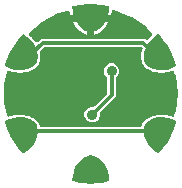
<source format=gbr>
G04 EAGLE Gerber RS-274X export*
G75*
%MOMM*%
%FSLAX34Y34*%
%LPD*%
%INBottom Copper*%
%IPPOS*%
%AMOC8*
5,1,8,0,0,1.08239X$1,22.5*%
G01*
%ADD10C,2.184400*%
%ADD11C,0.906400*%
%ADD12C,0.304800*%

G36*
X41884Y-28181D02*
X41884Y-28181D01*
X41989Y-28179D01*
X42056Y-28161D01*
X42126Y-28153D01*
X42225Y-28118D01*
X42327Y-28092D01*
X42388Y-28059D01*
X42454Y-28036D01*
X42542Y-27979D01*
X42635Y-27930D01*
X42688Y-27885D01*
X42746Y-27847D01*
X42820Y-27771D01*
X42899Y-27702D01*
X42940Y-27646D01*
X42989Y-27596D01*
X43043Y-27506D01*
X43105Y-27421D01*
X43132Y-27357D01*
X43167Y-27297D01*
X43200Y-27197D01*
X43241Y-27100D01*
X43259Y-27010D01*
X43274Y-26965D01*
X43275Y-26950D01*
X43285Y-26935D01*
X43303Y-26915D01*
X43378Y-26788D01*
X43457Y-26663D01*
X43466Y-26638D01*
X43480Y-26615D01*
X43561Y-26384D01*
X43639Y-26085D01*
X43649Y-26017D01*
X43668Y-25951D01*
X43683Y-25780D01*
X43688Y-25740D01*
X43687Y-25727D01*
X43689Y-25707D01*
X43692Y-25122D01*
X43731Y-25074D01*
X43807Y-24995D01*
X43839Y-24939D01*
X43880Y-24889D01*
X43928Y-24789D01*
X43983Y-24694D01*
X44011Y-24614D01*
X44030Y-24574D01*
X44039Y-24534D01*
X44049Y-24507D01*
X44551Y-24214D01*
X44606Y-24173D01*
X44666Y-24139D01*
X44797Y-24029D01*
X44830Y-24005D01*
X44838Y-23994D01*
X44853Y-23982D01*
X45073Y-23764D01*
X45090Y-23743D01*
X45111Y-23726D01*
X45199Y-23608D01*
X45291Y-23492D01*
X45303Y-23468D01*
X45319Y-23447D01*
X45378Y-23311D01*
X45408Y-23248D01*
X46129Y-22701D01*
X46163Y-22669D01*
X46280Y-22571D01*
X47145Y-21715D01*
X48011Y-21221D01*
X48077Y-21173D01*
X48148Y-21134D01*
X48253Y-21044D01*
X48292Y-21015D01*
X48307Y-20998D01*
X48334Y-20975D01*
X48542Y-20767D01*
X48662Y-20718D01*
X48725Y-20682D01*
X48793Y-20656D01*
X48927Y-20570D01*
X48966Y-20549D01*
X48978Y-20537D01*
X48999Y-20524D01*
X49337Y-20268D01*
X50463Y-19809D01*
X50504Y-19786D01*
X50642Y-19722D01*
X51642Y-19152D01*
X51748Y-19127D01*
X51798Y-19102D01*
X51851Y-19085D01*
X51953Y-19024D01*
X52060Y-18971D01*
X52103Y-18936D01*
X52132Y-18918D01*
X52911Y-18776D01*
X52944Y-18766D01*
X52979Y-18762D01*
X53212Y-18688D01*
X53857Y-18425D01*
X53976Y-18464D01*
X54006Y-18467D01*
X54035Y-18476D01*
X54179Y-18484D01*
X54323Y-18497D01*
X54360Y-18493D01*
X54383Y-18495D01*
X54432Y-18486D01*
X54566Y-18473D01*
X55705Y-18264D01*
X55712Y-18262D01*
X55719Y-18261D01*
X55879Y-18211D01*
X56039Y-18162D01*
X56045Y-18159D01*
X56051Y-18157D01*
X56194Y-18072D01*
X56313Y-18003D01*
X57131Y-17984D01*
X57143Y-17982D01*
X57369Y-17959D01*
X58178Y-17811D01*
X58228Y-17838D01*
X58235Y-17839D01*
X58241Y-17842D01*
X58402Y-17884D01*
X58565Y-17927D01*
X58572Y-17927D01*
X58578Y-17929D01*
X58823Y-17943D01*
X59868Y-17918D01*
X59875Y-17917D01*
X59882Y-17917D01*
X60046Y-17893D01*
X60213Y-17870D01*
X60220Y-17867D01*
X60227Y-17866D01*
X60381Y-17805D01*
X60509Y-17755D01*
X61321Y-17864D01*
X61332Y-17864D01*
X61559Y-17877D01*
X62381Y-17857D01*
X62426Y-17891D01*
X62433Y-17894D01*
X62438Y-17898D01*
X62591Y-17964D01*
X62745Y-18032D01*
X62752Y-18034D01*
X62758Y-18036D01*
X62997Y-18088D01*
X64034Y-18227D01*
X64041Y-18227D01*
X64047Y-18229D01*
X64215Y-18230D01*
X64382Y-18233D01*
X64389Y-18232D01*
X64396Y-18232D01*
X64559Y-18195D01*
X64692Y-18167D01*
X65477Y-18401D01*
X65488Y-18403D01*
X65710Y-18451D01*
X66526Y-18560D01*
X66565Y-18601D01*
X66570Y-18605D01*
X66575Y-18610D01*
X66717Y-18700D01*
X66857Y-18790D01*
X66864Y-18793D01*
X66870Y-18796D01*
X67098Y-18885D01*
X68100Y-19184D01*
X68106Y-19185D01*
X68113Y-19188D01*
X68278Y-19216D01*
X68443Y-19245D01*
X68450Y-19244D01*
X68456Y-19246D01*
X68625Y-19235D01*
X68760Y-19228D01*
X68852Y-19272D01*
X68964Y-19311D01*
X69074Y-19358D01*
X69129Y-19368D01*
X69181Y-19386D01*
X69300Y-19398D01*
X69417Y-19419D01*
X69473Y-19416D01*
X69528Y-19422D01*
X69646Y-19407D01*
X69765Y-19400D01*
X69819Y-19385D01*
X69874Y-19378D01*
X69985Y-19336D01*
X70100Y-19303D01*
X70148Y-19276D01*
X70200Y-19257D01*
X70300Y-19191D01*
X70404Y-19132D01*
X70445Y-19095D01*
X70491Y-19064D01*
X70573Y-18977D01*
X70661Y-18897D01*
X70692Y-18851D01*
X70730Y-18811D01*
X70790Y-18708D01*
X70858Y-18610D01*
X70886Y-18544D01*
X70906Y-18510D01*
X70919Y-18466D01*
X70954Y-18385D01*
X71769Y-15966D01*
X71778Y-15924D01*
X71794Y-15885D01*
X71808Y-15814D01*
X71820Y-15775D01*
X71824Y-15730D01*
X71840Y-15644D01*
X73523Y-165D01*
X73523Y-122D01*
X73530Y-80D01*
X73523Y165D01*
X71840Y15644D01*
X71830Y15686D01*
X71828Y15729D01*
X71769Y15966D01*
X70954Y18385D01*
X70903Y18493D01*
X70861Y18604D01*
X70829Y18650D01*
X70806Y18700D01*
X70732Y18794D01*
X70665Y18892D01*
X70624Y18930D01*
X70590Y18974D01*
X70496Y19048D01*
X70409Y19129D01*
X70361Y19156D01*
X70317Y19191D01*
X70209Y19242D01*
X70106Y19301D01*
X70053Y19316D01*
X70002Y19340D01*
X69885Y19366D01*
X69772Y19399D01*
X69716Y19402D01*
X69662Y19414D01*
X69542Y19412D01*
X69424Y19419D01*
X69369Y19410D01*
X69313Y19409D01*
X69197Y19380D01*
X69080Y19360D01*
X69014Y19334D01*
X68975Y19325D01*
X68934Y19304D01*
X68852Y19272D01*
X68756Y19226D01*
X68701Y19239D01*
X68694Y19239D01*
X68687Y19240D01*
X68518Y19238D01*
X68352Y19237D01*
X68346Y19235D01*
X68339Y19235D01*
X68100Y19184D01*
X67098Y18885D01*
X67091Y18882D01*
X67084Y18881D01*
X66931Y18814D01*
X66777Y18748D01*
X66772Y18744D01*
X66765Y18741D01*
X66631Y18640D01*
X66522Y18560D01*
X65710Y18451D01*
X65699Y18448D01*
X65477Y18401D01*
X64689Y18166D01*
X64636Y18187D01*
X64629Y18188D01*
X64623Y18190D01*
X64457Y18214D01*
X64292Y18239D01*
X64285Y18239D01*
X64278Y18240D01*
X64034Y18227D01*
X62997Y18088D01*
X62990Y18087D01*
X62984Y18086D01*
X62822Y18044D01*
X62659Y18003D01*
X62653Y18000D01*
X62646Y17998D01*
X62497Y17919D01*
X62378Y17857D01*
X61559Y17877D01*
X61548Y17876D01*
X61321Y17864D01*
X60505Y17755D01*
X60457Y17784D01*
X60450Y17786D01*
X60444Y17789D01*
X60284Y17839D01*
X60125Y17890D01*
X60118Y17890D01*
X60111Y17892D01*
X59868Y17918D01*
X58823Y17943D01*
X58816Y17942D01*
X58809Y17943D01*
X58643Y17927D01*
X58475Y17911D01*
X58469Y17909D01*
X58462Y17909D01*
X58304Y17855D01*
X58174Y17812D01*
X57375Y17958D01*
X57369Y17959D01*
X57358Y17960D01*
X57131Y17984D01*
X56309Y18003D01*
X56266Y18040D01*
X56260Y18043D01*
X56254Y18047D01*
X56104Y18121D01*
X55955Y18196D01*
X55948Y18198D01*
X55942Y18201D01*
X55705Y18264D01*
X54566Y18473D01*
X54422Y18482D01*
X54279Y18498D01*
X54249Y18494D01*
X54218Y18496D01*
X54076Y18472D01*
X53933Y18455D01*
X53898Y18443D01*
X53874Y18439D01*
X53848Y18428D01*
X53212Y18688D01*
X53178Y18697D01*
X53147Y18713D01*
X52911Y18776D01*
X52122Y18920D01*
X52066Y18967D01*
X52016Y18992D01*
X51970Y19025D01*
X51861Y19071D01*
X51755Y19124D01*
X51700Y19137D01*
X51649Y19159D01*
X51622Y19163D01*
X50642Y19722D01*
X50600Y19740D01*
X50463Y19809D01*
X49337Y20268D01*
X48999Y20524D01*
X48937Y20561D01*
X48879Y20606D01*
X48738Y20679D01*
X48700Y20702D01*
X48684Y20706D01*
X48662Y20718D01*
X48542Y20768D01*
X48334Y20975D01*
X48270Y21026D01*
X48213Y21084D01*
X48099Y21161D01*
X48061Y21192D01*
X48041Y21201D01*
X48011Y21221D01*
X47145Y21715D01*
X46280Y22571D01*
X46243Y22600D01*
X46129Y22701D01*
X45416Y23243D01*
X45412Y23250D01*
X45405Y23276D01*
X45332Y23404D01*
X45264Y23535D01*
X45246Y23555D01*
X45233Y23579D01*
X45073Y23764D01*
X44853Y23982D01*
X44799Y24024D01*
X44752Y24074D01*
X44611Y24172D01*
X44579Y24197D01*
X44567Y24202D01*
X44551Y24214D01*
X44047Y24509D01*
X44024Y24566D01*
X43993Y24672D01*
X43961Y24728D01*
X43938Y24788D01*
X43876Y24879D01*
X43821Y24975D01*
X43766Y25039D01*
X43741Y25076D01*
X43710Y25104D01*
X43692Y25125D01*
X43689Y25707D01*
X43681Y25775D01*
X43682Y25844D01*
X43652Y26012D01*
X43647Y26053D01*
X43643Y26065D01*
X43639Y26085D01*
X43561Y26384D01*
X43551Y26409D01*
X43546Y26436D01*
X43488Y26571D01*
X43435Y26709D01*
X43419Y26731D01*
X43409Y26756D01*
X43321Y26874D01*
X43282Y26932D01*
X43168Y27830D01*
X43157Y27875D01*
X43131Y28026D01*
X42822Y29203D01*
X42829Y30419D01*
X42824Y30465D01*
X42817Y30618D01*
X42665Y31825D01*
X42830Y33030D01*
X42831Y33076D01*
X42844Y33228D01*
X42851Y34379D01*
X42882Y34483D01*
X42885Y34539D01*
X42897Y34593D01*
X42896Y34712D01*
X42903Y34831D01*
X42894Y34886D01*
X42894Y34920D01*
X43159Y35666D01*
X43167Y35700D01*
X43181Y35731D01*
X43234Y35970D01*
X43329Y36661D01*
X43422Y36743D01*
X43440Y36768D01*
X43462Y36790D01*
X43541Y36910D01*
X43624Y37027D01*
X43639Y37062D01*
X43652Y37081D01*
X43669Y37128D01*
X43724Y37251D01*
X43828Y37541D01*
X43837Y37579D01*
X43852Y37614D01*
X43876Y37748D01*
X43907Y37881D01*
X43907Y37919D01*
X43913Y37957D01*
X43906Y38093D01*
X43906Y38229D01*
X43897Y38267D01*
X43895Y38305D01*
X43858Y38436D01*
X43827Y38568D01*
X43809Y38603D01*
X43799Y38640D01*
X43732Y38759D01*
X43672Y38881D01*
X43647Y38910D01*
X43629Y38944D01*
X43470Y39130D01*
X43423Y39177D01*
X43324Y39256D01*
X43230Y39340D01*
X43188Y39364D01*
X43149Y39394D01*
X43035Y39448D01*
X42925Y39509D01*
X42878Y39522D01*
X42834Y39543D01*
X42711Y39569D01*
X42590Y39604D01*
X42529Y39609D01*
X42494Y39616D01*
X42446Y39615D01*
X42346Y39623D01*
X-38536Y39623D01*
X-38661Y39609D01*
X-38788Y39602D01*
X-38834Y39589D01*
X-38882Y39583D01*
X-39001Y39541D01*
X-39122Y39506D01*
X-39165Y39482D01*
X-39210Y39466D01*
X-39316Y39397D01*
X-39427Y39336D01*
X-39473Y39296D01*
X-39503Y39277D01*
X-39537Y39242D01*
X-39613Y39177D01*
X-42469Y36321D01*
X-42493Y36291D01*
X-42521Y36266D01*
X-42601Y36155D01*
X-42686Y36048D01*
X-42702Y36014D01*
X-42724Y35982D01*
X-42776Y35856D01*
X-42835Y35733D01*
X-42843Y35696D01*
X-42857Y35660D01*
X-42879Y35526D01*
X-42908Y35392D01*
X-42907Y35354D01*
X-42913Y35316D01*
X-42904Y35180D01*
X-42902Y35044D01*
X-42893Y35007D01*
X-42890Y34969D01*
X-42884Y34946D01*
X-42903Y34838D01*
X-42900Y34782D01*
X-42905Y34727D01*
X-42890Y34609D01*
X-42883Y34490D01*
X-42867Y34437D01*
X-42860Y34381D01*
X-42850Y34356D01*
X-42844Y33228D01*
X-42839Y33183D01*
X-42830Y33030D01*
X-42665Y31825D01*
X-42817Y30618D01*
X-42817Y30571D01*
X-42829Y30419D01*
X-42822Y29203D01*
X-43131Y28026D01*
X-43137Y27980D01*
X-43168Y27830D01*
X-43280Y26942D01*
X-43285Y26935D01*
X-43303Y26915D01*
X-43378Y26788D01*
X-43457Y26663D01*
X-43466Y26638D01*
X-43480Y26615D01*
X-43561Y26384D01*
X-43639Y26085D01*
X-43649Y26017D01*
X-43668Y25951D01*
X-43683Y25780D01*
X-43688Y25740D01*
X-43687Y25727D01*
X-43689Y25707D01*
X-43692Y25122D01*
X-43731Y25074D01*
X-43807Y24995D01*
X-43839Y24939D01*
X-43880Y24889D01*
X-43928Y24789D01*
X-43983Y24694D01*
X-44011Y24614D01*
X-44030Y24574D01*
X-44039Y24534D01*
X-44049Y24507D01*
X-44551Y24214D01*
X-44606Y24173D01*
X-44666Y24139D01*
X-44797Y24029D01*
X-44830Y24005D01*
X-44838Y23994D01*
X-44853Y23982D01*
X-45073Y23764D01*
X-45090Y23743D01*
X-45111Y23726D01*
X-45199Y23608D01*
X-45291Y23492D01*
X-45303Y23468D01*
X-45319Y23447D01*
X-45378Y23311D01*
X-45408Y23248D01*
X-46129Y22701D01*
X-46163Y22669D01*
X-46280Y22571D01*
X-47145Y21715D01*
X-48011Y21221D01*
X-48077Y21173D01*
X-48148Y21134D01*
X-48252Y21045D01*
X-48292Y21015D01*
X-48307Y20998D01*
X-48334Y20975D01*
X-48542Y20768D01*
X-48662Y20718D01*
X-48726Y20682D01*
X-48793Y20656D01*
X-48927Y20570D01*
X-48966Y20548D01*
X-48978Y20537D01*
X-48999Y20524D01*
X-49337Y20268D01*
X-50463Y19809D01*
X-50504Y19786D01*
X-50642Y19722D01*
X-51642Y19152D01*
X-51748Y19127D01*
X-51798Y19102D01*
X-51851Y19085D01*
X-51954Y19024D01*
X-52060Y18971D01*
X-52103Y18935D01*
X-52132Y18918D01*
X-52911Y18776D01*
X-52944Y18766D01*
X-52979Y18762D01*
X-53212Y18688D01*
X-53857Y18425D01*
X-53976Y18464D01*
X-54006Y18467D01*
X-54035Y18476D01*
X-54179Y18484D01*
X-54323Y18497D01*
X-54360Y18494D01*
X-54383Y18495D01*
X-54432Y18486D01*
X-54566Y18473D01*
X-55705Y18264D01*
X-55712Y18262D01*
X-55719Y18261D01*
X-55878Y18211D01*
X-56039Y18162D01*
X-56045Y18159D01*
X-56051Y18157D01*
X-56195Y18072D01*
X-56313Y18003D01*
X-57131Y17984D01*
X-57143Y17982D01*
X-57369Y17959D01*
X-58178Y17811D01*
X-58228Y17838D01*
X-58235Y17839D01*
X-58241Y17842D01*
X-58402Y17884D01*
X-58565Y17927D01*
X-58572Y17927D01*
X-58578Y17929D01*
X-58823Y17943D01*
X-59868Y17918D01*
X-59875Y17917D01*
X-59882Y17917D01*
X-60046Y17893D01*
X-60213Y17870D01*
X-60220Y17867D01*
X-60227Y17866D01*
X-60381Y17805D01*
X-60509Y17755D01*
X-61321Y17864D01*
X-61332Y17864D01*
X-61559Y17877D01*
X-62381Y17857D01*
X-62426Y17891D01*
X-62433Y17894D01*
X-62438Y17898D01*
X-62591Y17964D01*
X-62745Y18032D01*
X-62752Y18034D01*
X-62758Y18036D01*
X-62997Y18088D01*
X-64034Y18227D01*
X-64041Y18227D01*
X-64047Y18229D01*
X-64215Y18230D01*
X-64382Y18233D01*
X-64389Y18232D01*
X-64396Y18232D01*
X-64559Y18195D01*
X-64692Y18167D01*
X-65477Y18401D01*
X-65488Y18403D01*
X-65710Y18451D01*
X-66526Y18560D01*
X-66565Y18601D01*
X-66570Y18605D01*
X-66575Y18610D01*
X-66717Y18700D01*
X-66857Y18790D01*
X-66864Y18793D01*
X-66870Y18796D01*
X-67098Y18885D01*
X-68100Y19184D01*
X-68106Y19185D01*
X-68113Y19188D01*
X-68278Y19216D01*
X-68443Y19245D01*
X-68450Y19244D01*
X-68456Y19246D01*
X-68625Y19235D01*
X-68762Y19228D01*
X-68766Y19230D01*
X-68907Y19273D01*
X-69046Y19321D01*
X-69073Y19324D01*
X-69099Y19332D01*
X-69246Y19342D01*
X-69393Y19357D01*
X-69420Y19353D01*
X-69447Y19355D01*
X-69592Y19332D01*
X-69738Y19313D01*
X-69764Y19303D01*
X-69791Y19299D01*
X-69926Y19243D01*
X-70065Y19192D01*
X-70088Y19177D01*
X-70113Y19166D01*
X-70232Y19081D01*
X-70356Y18999D01*
X-70374Y18980D01*
X-70396Y18964D01*
X-70494Y18853D01*
X-70595Y18746D01*
X-70609Y18723D01*
X-70627Y18702D01*
X-70696Y18572D01*
X-70770Y18445D01*
X-70778Y18419D01*
X-70791Y18395D01*
X-70863Y18161D01*
X-73075Y8113D01*
X-73079Y8071D01*
X-73091Y8029D01*
X-73110Y7786D01*
X-73110Y-7786D01*
X-73105Y-7828D01*
X-73108Y-7871D01*
X-73075Y-8113D01*
X-70863Y-18161D01*
X-70854Y-18187D01*
X-70850Y-18214D01*
X-70797Y-18351D01*
X-70749Y-18491D01*
X-70735Y-18514D01*
X-70725Y-18539D01*
X-70642Y-18661D01*
X-70564Y-18786D01*
X-70545Y-18805D01*
X-70530Y-18827D01*
X-70421Y-18927D01*
X-70317Y-19031D01*
X-70293Y-19045D01*
X-70274Y-19064D01*
X-70145Y-19137D01*
X-70020Y-19214D01*
X-69994Y-19222D01*
X-69970Y-19236D01*
X-69829Y-19278D01*
X-69689Y-19324D01*
X-69662Y-19327D01*
X-69636Y-19334D01*
X-69489Y-19343D01*
X-69342Y-19357D01*
X-69315Y-19353D01*
X-69288Y-19354D01*
X-69143Y-19329D01*
X-68997Y-19309D01*
X-68972Y-19299D01*
X-68945Y-19295D01*
X-68762Y-19225D01*
X-68701Y-19239D01*
X-68694Y-19239D01*
X-68687Y-19240D01*
X-68518Y-19238D01*
X-68352Y-19237D01*
X-68346Y-19235D01*
X-68339Y-19235D01*
X-68100Y-19184D01*
X-67098Y-18885D01*
X-67091Y-18882D01*
X-67084Y-18881D01*
X-66932Y-18814D01*
X-66777Y-18748D01*
X-66772Y-18744D01*
X-66765Y-18741D01*
X-66631Y-18640D01*
X-66522Y-18560D01*
X-65710Y-18451D01*
X-65699Y-18448D01*
X-65477Y-18401D01*
X-64689Y-18166D01*
X-64636Y-18187D01*
X-64629Y-18188D01*
X-64623Y-18190D01*
X-64457Y-18214D01*
X-64292Y-18239D01*
X-64285Y-18239D01*
X-64278Y-18240D01*
X-64034Y-18227D01*
X-62997Y-18088D01*
X-62990Y-18087D01*
X-62984Y-18086D01*
X-62822Y-18044D01*
X-62659Y-18003D01*
X-62653Y-18000D01*
X-62646Y-17998D01*
X-62497Y-17919D01*
X-62378Y-17857D01*
X-61559Y-17877D01*
X-61548Y-17876D01*
X-61321Y-17864D01*
X-60505Y-17755D01*
X-60457Y-17784D01*
X-60450Y-17786D01*
X-60444Y-17789D01*
X-60284Y-17839D01*
X-60125Y-17890D01*
X-60118Y-17890D01*
X-60111Y-17892D01*
X-59868Y-17918D01*
X-58823Y-17943D01*
X-58816Y-17942D01*
X-58809Y-17943D01*
X-58643Y-17927D01*
X-58475Y-17911D01*
X-58469Y-17909D01*
X-58462Y-17909D01*
X-58304Y-17855D01*
X-58174Y-17812D01*
X-57375Y-17958D01*
X-57369Y-17959D01*
X-57358Y-17960D01*
X-57131Y-17984D01*
X-56309Y-18003D01*
X-56266Y-18040D01*
X-56260Y-18043D01*
X-56254Y-18047D01*
X-56104Y-18121D01*
X-55955Y-18196D01*
X-55948Y-18198D01*
X-55942Y-18201D01*
X-55705Y-18264D01*
X-54566Y-18473D01*
X-54422Y-18482D01*
X-54279Y-18498D01*
X-54249Y-18494D01*
X-54218Y-18496D01*
X-54076Y-18472D01*
X-53933Y-18455D01*
X-53898Y-18443D01*
X-53874Y-18439D01*
X-53848Y-18428D01*
X-53212Y-18688D01*
X-53178Y-18697D01*
X-53147Y-18713D01*
X-52911Y-18776D01*
X-52122Y-18920D01*
X-52066Y-18967D01*
X-52016Y-18992D01*
X-51970Y-19025D01*
X-51861Y-19071D01*
X-51755Y-19124D01*
X-51700Y-19137D01*
X-51649Y-19159D01*
X-51622Y-19163D01*
X-50642Y-19722D01*
X-50600Y-19740D01*
X-50463Y-19809D01*
X-49337Y-20268D01*
X-48999Y-20524D01*
X-48937Y-20561D01*
X-48879Y-20606D01*
X-48738Y-20679D01*
X-48700Y-20702D01*
X-48684Y-20706D01*
X-48662Y-20718D01*
X-48542Y-20768D01*
X-48334Y-20975D01*
X-48270Y-21026D01*
X-48213Y-21084D01*
X-48099Y-21161D01*
X-48061Y-21192D01*
X-48041Y-21201D01*
X-48011Y-21221D01*
X-47145Y-21715D01*
X-46280Y-22571D01*
X-46243Y-22600D01*
X-46129Y-22701D01*
X-45416Y-23243D01*
X-45412Y-23250D01*
X-45405Y-23276D01*
X-45332Y-23404D01*
X-45264Y-23535D01*
X-45246Y-23555D01*
X-45233Y-23579D01*
X-45073Y-23764D01*
X-44853Y-23982D01*
X-44799Y-24024D01*
X-44752Y-24074D01*
X-44611Y-24172D01*
X-44579Y-24197D01*
X-44567Y-24202D01*
X-44551Y-24214D01*
X-44047Y-24509D01*
X-44024Y-24566D01*
X-43993Y-24672D01*
X-43961Y-24728D01*
X-43938Y-24788D01*
X-43876Y-24879D01*
X-43821Y-24975D01*
X-43766Y-25039D01*
X-43741Y-25076D01*
X-43710Y-25104D01*
X-43692Y-25125D01*
X-43689Y-25707D01*
X-43681Y-25775D01*
X-43682Y-25844D01*
X-43652Y-26012D01*
X-43647Y-26053D01*
X-43643Y-26065D01*
X-43639Y-26085D01*
X-43561Y-26384D01*
X-43551Y-26409D01*
X-43546Y-26436D01*
X-43488Y-26571D01*
X-43435Y-26709D01*
X-43419Y-26731D01*
X-43409Y-26756D01*
X-43321Y-26875D01*
X-43268Y-26951D01*
X-43266Y-26963D01*
X-43250Y-27067D01*
X-43224Y-27131D01*
X-43208Y-27199D01*
X-43160Y-27293D01*
X-43121Y-27391D01*
X-43082Y-27448D01*
X-43050Y-27510D01*
X-42982Y-27591D01*
X-42922Y-27677D01*
X-42871Y-27723D01*
X-42826Y-27777D01*
X-42742Y-27840D01*
X-42664Y-27910D01*
X-42603Y-27944D01*
X-42547Y-27986D01*
X-42451Y-28028D01*
X-42358Y-28079D01*
X-42292Y-28098D01*
X-42228Y-28126D01*
X-42124Y-28145D01*
X-42023Y-28174D01*
X-41931Y-28181D01*
X-41885Y-28190D01*
X-41847Y-28188D01*
X-41779Y-28193D01*
X41779Y-28193D01*
X41884Y-28181D01*
G37*
G36*
X15331Y69636D02*
X15331Y69636D01*
X15345Y69693D01*
X15632Y73452D01*
X15630Y73475D01*
X15634Y73499D01*
X15619Y73586D01*
X15610Y73675D01*
X15599Y73696D01*
X15595Y73720D01*
X15550Y73796D01*
X15511Y73876D01*
X15493Y73893D01*
X15481Y73913D01*
X15413Y73969D01*
X15348Y74030D01*
X15326Y74040D01*
X15307Y74055D01*
X15170Y74106D01*
X15141Y74118D01*
X15137Y74119D01*
X15132Y74120D01*
X9198Y75382D01*
X9169Y75383D01*
X9133Y75392D01*
X3099Y76026D01*
X3071Y76024D01*
X3033Y76030D01*
X-3033Y76030D01*
X-3062Y76024D01*
X-3099Y76026D01*
X-9133Y75392D01*
X-9160Y75384D01*
X-9198Y75382D01*
X-15132Y74120D01*
X-15154Y74111D01*
X-15178Y74109D01*
X-15257Y74069D01*
X-15340Y74036D01*
X-15357Y74020D01*
X-15378Y74009D01*
X-15439Y73944D01*
X-15505Y73884D01*
X-15516Y73863D01*
X-15532Y73845D01*
X-15566Y73763D01*
X-15607Y73684D01*
X-15610Y73661D01*
X-15619Y73639D01*
X-15630Y73491D01*
X-15633Y73461D01*
X-15632Y73457D01*
X-15632Y73452D01*
X-15345Y69693D01*
X-15334Y69653D01*
X-15329Y69595D01*
X-14593Y66499D01*
X-17291Y66499D01*
X-17843Y68943D01*
X-17859Y69083D01*
X-17892Y69228D01*
X-17920Y69374D01*
X-17931Y69398D01*
X-17936Y69423D01*
X-18001Y69556D01*
X-18062Y69692D01*
X-18078Y69713D01*
X-18089Y69736D01*
X-18183Y69851D01*
X-18273Y69970D01*
X-18293Y69986D01*
X-18309Y70007D01*
X-18427Y70098D01*
X-18541Y70192D01*
X-18564Y70204D01*
X-18585Y70220D01*
X-18720Y70282D01*
X-18853Y70348D01*
X-18878Y70354D01*
X-18902Y70365D01*
X-19047Y70394D01*
X-19192Y70429D01*
X-19218Y70429D01*
X-19243Y70434D01*
X-19392Y70429D01*
X-19540Y70430D01*
X-19571Y70424D01*
X-19592Y70424D01*
X-19638Y70411D01*
X-19780Y70384D01*
X-27061Y68362D01*
X-27100Y68346D01*
X-27142Y68337D01*
X-27367Y68241D01*
X-41124Y60947D01*
X-41159Y60923D01*
X-41198Y60905D01*
X-41397Y60762D01*
X-51934Y51811D01*
X-51972Y51771D01*
X-52015Y51738D01*
X-52090Y51644D01*
X-52172Y51557D01*
X-52200Y51509D01*
X-52234Y51467D01*
X-52286Y51359D01*
X-52346Y51255D01*
X-52362Y51202D01*
X-52386Y51153D01*
X-52413Y51036D01*
X-52447Y50921D01*
X-52451Y50867D01*
X-52463Y50813D01*
X-52462Y50693D01*
X-52470Y50573D01*
X-52461Y50519D01*
X-52460Y50465D01*
X-52432Y50348D01*
X-52412Y50230D01*
X-52391Y50179D01*
X-52378Y50126D01*
X-52324Y50019D01*
X-52278Y49908D01*
X-52246Y49863D01*
X-52222Y49815D01*
X-52145Y49722D01*
X-52075Y49625D01*
X-52034Y49589D01*
X-51998Y49547D01*
X-51819Y49402D01*
X-51812Y49396D01*
X-51811Y49395D01*
X-51808Y49393D01*
X-51472Y49163D01*
X-51455Y49109D01*
X-51452Y49103D01*
X-51450Y49096D01*
X-51363Y48952D01*
X-51279Y48808D01*
X-51275Y48803D01*
X-51271Y48797D01*
X-51107Y48616D01*
X-50347Y47897D01*
X-50342Y47893D01*
X-50337Y47888D01*
X-50202Y47788D01*
X-50068Y47688D01*
X-50062Y47686D01*
X-50056Y47682D01*
X-49902Y47615D01*
X-49778Y47561D01*
X-49278Y46913D01*
X-49270Y46905D01*
X-49118Y46735D01*
X-48520Y46171D01*
X-48512Y46115D01*
X-48510Y46108D01*
X-48508Y46101D01*
X-48446Y45945D01*
X-48385Y45790D01*
X-48381Y45784D01*
X-48379Y45778D01*
X-48246Y45573D01*
X-47607Y44744D01*
X-47602Y44739D01*
X-47599Y44734D01*
X-47481Y44615D01*
X-47364Y44495D01*
X-47358Y44491D01*
X-47353Y44486D01*
X-47212Y44397D01*
X-47078Y44311D01*
X-47025Y44248D01*
X-46964Y44162D01*
X-46912Y44116D01*
X-46867Y44063D01*
X-46782Y44001D01*
X-46704Y43930D01*
X-46643Y43897D01*
X-46587Y43856D01*
X-46490Y43814D01*
X-46397Y43764D01*
X-46330Y43745D01*
X-46267Y43718D01*
X-46163Y43699D01*
X-46061Y43671D01*
X-45992Y43669D01*
X-45924Y43656D01*
X-45818Y43662D01*
X-45713Y43658D01*
X-45645Y43671D01*
X-45576Y43674D01*
X-45474Y43704D01*
X-45371Y43723D01*
X-45308Y43752D01*
X-45241Y43771D01*
X-45149Y43822D01*
X-45053Y43865D01*
X-44997Y43907D01*
X-44937Y43941D01*
X-44808Y44051D01*
X-44775Y44076D01*
X-44766Y44086D01*
X-44751Y44099D01*
X-42113Y46737D01*
X-2570Y46737D01*
X-2475Y46748D01*
X-2379Y46749D01*
X-2302Y46768D01*
X-2224Y46777D01*
X-2133Y46809D01*
X-2040Y46832D01*
X-2021Y46841D01*
X-1912Y46811D01*
X-1771Y46766D01*
X-1745Y46764D01*
X-1720Y46756D01*
X-1476Y46737D01*
X1476Y46737D01*
X1502Y46740D01*
X1528Y46738D01*
X1675Y46760D01*
X1822Y46777D01*
X1847Y46785D01*
X1873Y46789D01*
X2011Y46844D01*
X2013Y46845D01*
X2067Y46830D01*
X2139Y46799D01*
X2234Y46782D01*
X2326Y46756D01*
X2434Y46748D01*
X2483Y46739D01*
X2515Y46741D01*
X2570Y46737D01*
X45923Y46737D01*
X46429Y46231D01*
X46433Y46228D01*
X46435Y46225D01*
X46570Y46119D01*
X46702Y46014D01*
X46706Y46012D01*
X46710Y46010D01*
X46863Y45938D01*
X47017Y45865D01*
X47022Y45865D01*
X47026Y45863D01*
X47192Y45828D01*
X47358Y45792D01*
X47362Y45792D01*
X47367Y45791D01*
X47538Y45795D01*
X47706Y45798D01*
X47711Y45799D01*
X47715Y45799D01*
X47879Y45842D01*
X48044Y45883D01*
X48048Y45885D01*
X48053Y45886D01*
X48202Y45964D01*
X48354Y46043D01*
X48358Y46046D01*
X48362Y46048D01*
X48552Y46201D01*
X49118Y46735D01*
X49125Y46744D01*
X49278Y46913D01*
X49378Y47043D01*
X49379Y47043D01*
X49780Y47564D01*
X49835Y47578D01*
X49841Y47581D01*
X49848Y47583D01*
X49994Y47659D01*
X50145Y47736D01*
X50151Y47741D01*
X50157Y47744D01*
X50347Y47897D01*
X51107Y48616D01*
X51112Y48621D01*
X51117Y48625D01*
X51224Y48754D01*
X51332Y48882D01*
X51335Y48888D01*
X51339Y48894D01*
X51414Y49045D01*
X51475Y49165D01*
X51613Y49260D01*
X51724Y49356D01*
X51838Y49447D01*
X51855Y49470D01*
X51877Y49488D01*
X51963Y49607D01*
X52053Y49722D01*
X52064Y49747D01*
X52081Y49770D01*
X52138Y49905D01*
X52199Y50038D01*
X52205Y50066D01*
X52216Y50092D01*
X52240Y50236D01*
X52270Y50379D01*
X52269Y50407D01*
X52274Y50435D01*
X52265Y50581D01*
X52262Y50728D01*
X52255Y50755D01*
X52253Y50783D01*
X52211Y50923D01*
X52174Y51065D01*
X52161Y51090D01*
X52153Y51117D01*
X52081Y51244D01*
X52012Y51374D01*
X51991Y51400D01*
X51980Y51419D01*
X51947Y51455D01*
X51859Y51564D01*
X47724Y55930D01*
X47691Y55958D01*
X47663Y55990D01*
X47472Y56143D01*
X34584Y64882D01*
X34547Y64901D01*
X34513Y64927D01*
X34293Y65036D01*
X19982Y70738D01*
X19927Y70753D01*
X19875Y70776D01*
X19759Y70798D01*
X19645Y70829D01*
X19589Y70831D01*
X19533Y70842D01*
X19415Y70838D01*
X19297Y70842D01*
X19241Y70831D01*
X19185Y70829D01*
X19071Y70797D01*
X18955Y70774D01*
X18903Y70751D01*
X18849Y70736D01*
X18745Y70680D01*
X18637Y70631D01*
X18592Y70597D01*
X18543Y70570D01*
X18454Y70492D01*
X18360Y70420D01*
X18324Y70376D01*
X18282Y70338D01*
X18214Y70242D01*
X18139Y70151D01*
X18114Y70100D01*
X18081Y70054D01*
X18037Y69944D01*
X17984Y69838D01*
X17971Y69783D01*
X17950Y69731D01*
X17927Y69611D01*
X17920Y69590D01*
X17918Y69566D01*
X17908Y69515D01*
X17905Y69499D01*
X17905Y69495D01*
X17904Y69491D01*
X17843Y68943D01*
X17291Y66499D01*
X14593Y66499D01*
X15329Y69595D01*
X15331Y69636D01*
G37*
G36*
X3062Y-76024D02*
X3062Y-76024D01*
X3099Y-76026D01*
X9133Y-75392D01*
X9160Y-75384D01*
X9198Y-75382D01*
X15132Y-74120D01*
X15154Y-74111D01*
X15178Y-74109D01*
X15257Y-74069D01*
X15340Y-74036D01*
X15357Y-74020D01*
X15378Y-74009D01*
X15411Y-73975D01*
X15413Y-73973D01*
X15422Y-73963D01*
X15439Y-73944D01*
X15505Y-73884D01*
X15516Y-73863D01*
X15532Y-73845D01*
X15548Y-73807D01*
X15555Y-73799D01*
X15568Y-73761D01*
X15607Y-73684D01*
X15610Y-73661D01*
X15619Y-73639D01*
X15622Y-73601D01*
X15627Y-73586D01*
X15626Y-73547D01*
X15630Y-73491D01*
X15633Y-73461D01*
X15632Y-73457D01*
X15632Y-73452D01*
X15345Y-69693D01*
X15334Y-69653D01*
X15329Y-69595D01*
X14457Y-65928D01*
X14440Y-65890D01*
X14426Y-65833D01*
X12991Y-62348D01*
X12969Y-62313D01*
X12946Y-62259D01*
X10983Y-59041D01*
X10956Y-59010D01*
X10925Y-58960D01*
X8483Y-56089D01*
X8445Y-56058D01*
X8389Y-55999D01*
X6603Y-54613D01*
X6578Y-54600D01*
X6574Y-54595D01*
X6563Y-54590D01*
X6535Y-54567D01*
X4583Y-53426D01*
X4550Y-53414D01*
X4509Y-53389D01*
X2426Y-52512D01*
X2391Y-52505D01*
X2347Y-52485D01*
X168Y-51888D01*
X92Y-51882D01*
X19Y-51866D01*
X-24Y-51871D01*
X-56Y-51868D01*
X-100Y-51880D01*
X-168Y-51888D01*
X-2347Y-52485D01*
X-2379Y-52501D01*
X-2426Y-52512D01*
X-4509Y-53389D01*
X-4539Y-53408D01*
X-4583Y-53426D01*
X-6535Y-54567D01*
X-6561Y-54590D01*
X-6603Y-54613D01*
X-8389Y-55999D01*
X-8422Y-56036D01*
X-8483Y-56089D01*
X-10925Y-58960D01*
X-10946Y-58996D01*
X-10983Y-59041D01*
X-12946Y-62259D01*
X-12961Y-62297D01*
X-12991Y-62348D01*
X-14426Y-65833D01*
X-14435Y-65874D01*
X-14457Y-65928D01*
X-15329Y-69595D01*
X-15331Y-69636D01*
X-15345Y-69693D01*
X-15632Y-73452D01*
X-15630Y-73475D01*
X-15634Y-73499D01*
X-15622Y-73570D01*
X-15620Y-73623D01*
X-15613Y-73640D01*
X-15610Y-73675D01*
X-15599Y-73696D01*
X-15595Y-73720D01*
X-15550Y-73796D01*
X-15550Y-73797D01*
X-15536Y-73831D01*
X-15529Y-73838D01*
X-15511Y-73876D01*
X-15493Y-73893D01*
X-15481Y-73913D01*
X-15413Y-73969D01*
X-15391Y-73990D01*
X-15384Y-73997D01*
X-15382Y-73998D01*
X-15348Y-74030D01*
X-15326Y-74040D01*
X-15307Y-74055D01*
X-15170Y-74106D01*
X-15141Y-74118D01*
X-15137Y-74119D01*
X-15132Y-74120D01*
X-9198Y-75382D01*
X-9169Y-75383D01*
X-9133Y-75392D01*
X-3099Y-76026D01*
X-3071Y-76024D01*
X-3033Y-76030D01*
X3033Y-76030D01*
X3062Y-76024D01*
G37*
G36*
X-57510Y20009D02*
X-57510Y20009D01*
X-57470Y20017D01*
X-57411Y20019D01*
X-53704Y20698D01*
X-53657Y20715D01*
X-53578Y20734D01*
X-51485Y21588D01*
X-51455Y21607D01*
X-51411Y21624D01*
X-49447Y22744D01*
X-49420Y22766D01*
X-49378Y22789D01*
X-47577Y24155D01*
X-47553Y24181D01*
X-47515Y24210D01*
X-45908Y25799D01*
X-45864Y25861D01*
X-45814Y25917D01*
X-45801Y25947D01*
X-45796Y25954D01*
X-45793Y25962D01*
X-45779Y25983D01*
X-45767Y26027D01*
X-45740Y26089D01*
X-45167Y28276D01*
X-45164Y28311D01*
X-45151Y28357D01*
X-44869Y30600D01*
X-44871Y30635D01*
X-44864Y30682D01*
X-44876Y32942D01*
X-44883Y32977D01*
X-44882Y33025D01*
X-45189Y35264D01*
X-45205Y35311D01*
X-45220Y35391D01*
X-46486Y38942D01*
X-46507Y38977D01*
X-46527Y39032D01*
X-48332Y42341D01*
X-48358Y42373D01*
X-48387Y42425D01*
X-50687Y45410D01*
X-50718Y45438D01*
X-50754Y45484D01*
X-53494Y48073D01*
X-53528Y48095D01*
X-53571Y48135D01*
X-56682Y50264D01*
X-56704Y50274D01*
X-56722Y50289D01*
X-56805Y50319D01*
X-56820Y50326D01*
X-56836Y50334D01*
X-56839Y50334D01*
X-56887Y50356D01*
X-56911Y50357D01*
X-56933Y50365D01*
X-57022Y50365D01*
X-57111Y50371D01*
X-57133Y50364D01*
X-57157Y50364D01*
X-57241Y50332D01*
X-57326Y50307D01*
X-57345Y50292D01*
X-57367Y50284D01*
X-57443Y50222D01*
X-57466Y50208D01*
X-57479Y50191D01*
X-57481Y50190D01*
X-57505Y50172D01*
X-57507Y50168D01*
X-57512Y50165D01*
X-61571Y45657D01*
X-61586Y45632D01*
X-61613Y45605D01*
X-65178Y40697D01*
X-65191Y40671D01*
X-65214Y40642D01*
X-68248Y35388D01*
X-68257Y35361D01*
X-68278Y35329D01*
X-70745Y29787D01*
X-70752Y29759D01*
X-70769Y29725D01*
X-72643Y23956D01*
X-72647Y23932D01*
X-72656Y23910D01*
X-72662Y23822D01*
X-72674Y23733D01*
X-72669Y23710D01*
X-72670Y23686D01*
X-72645Y23601D01*
X-72625Y23514D01*
X-72612Y23494D01*
X-72605Y23472D01*
X-72552Y23401D01*
X-72503Y23326D01*
X-72484Y23312D01*
X-72470Y23293D01*
X-72347Y23210D01*
X-72323Y23192D01*
X-72319Y23191D01*
X-72315Y23188D01*
X-68916Y21558D01*
X-68876Y21547D01*
X-68823Y21522D01*
X-65211Y20444D01*
X-65170Y20439D01*
X-65114Y20423D01*
X-61378Y19923D01*
X-61337Y19925D01*
X-61278Y19918D01*
X-57510Y20009D01*
G37*
G36*
X61319Y19924D02*
X61319Y19924D01*
X61378Y19923D01*
X65114Y20423D01*
X65153Y20436D01*
X65211Y20444D01*
X68823Y21522D01*
X68860Y21541D01*
X68916Y21558D01*
X72315Y23188D01*
X72334Y23202D01*
X72356Y23210D01*
X72424Y23267D01*
X72496Y23319D01*
X72510Y23339D01*
X72528Y23354D01*
X72572Y23431D01*
X72621Y23505D01*
X72627Y23529D01*
X72639Y23549D01*
X72653Y23637D01*
X72673Y23724D01*
X72671Y23747D01*
X72674Y23771D01*
X72650Y23917D01*
X72646Y23946D01*
X72644Y23950D01*
X72643Y23956D01*
X70769Y29725D01*
X70755Y29751D01*
X70745Y29787D01*
X68278Y35329D01*
X68261Y35353D01*
X68248Y35388D01*
X65214Y40642D01*
X65196Y40664D01*
X65178Y40697D01*
X61613Y45605D01*
X61592Y45625D01*
X61571Y45657D01*
X57512Y50165D01*
X57493Y50179D01*
X57479Y50199D01*
X57449Y50219D01*
X57437Y50231D01*
X57404Y50249D01*
X57334Y50302D01*
X57312Y50309D01*
X57292Y50323D01*
X57205Y50343D01*
X57120Y50370D01*
X57096Y50368D01*
X57073Y50374D01*
X56985Y50363D01*
X56896Y50358D01*
X56874Y50349D01*
X56851Y50346D01*
X56803Y50322D01*
X56800Y50322D01*
X56794Y50318D01*
X56718Y50281D01*
X56690Y50269D01*
X56687Y50266D01*
X56682Y50264D01*
X53571Y48135D01*
X53542Y48106D01*
X53494Y48073D01*
X50754Y45484D01*
X50730Y45451D01*
X50687Y45410D01*
X48387Y42425D01*
X48368Y42388D01*
X48332Y42341D01*
X46527Y39032D01*
X46514Y38993D01*
X46486Y38942D01*
X45220Y35391D01*
X45212Y35342D01*
X45189Y35264D01*
X44882Y33025D01*
X44884Y32990D01*
X44876Y32942D01*
X44864Y30682D01*
X44870Y30647D01*
X44869Y30600D01*
X45151Y28357D01*
X45162Y28323D01*
X45167Y28276D01*
X45740Y26089D01*
X45772Y26021D01*
X45795Y25949D01*
X45813Y25925D01*
X45815Y25922D01*
X45821Y25915D01*
X45835Y25886D01*
X45867Y25854D01*
X45908Y25799D01*
X47515Y24210D01*
X47544Y24190D01*
X47577Y24155D01*
X49378Y22789D01*
X49410Y22773D01*
X49447Y22744D01*
X51411Y21624D01*
X51444Y21612D01*
X51485Y21588D01*
X53578Y20734D01*
X53627Y20724D01*
X53704Y20698D01*
X57411Y20019D01*
X57452Y20019D01*
X57510Y20009D01*
X61278Y19918D01*
X61319Y19924D01*
G37*
G36*
X57133Y-50364D02*
X57133Y-50364D01*
X57157Y-50364D01*
X57241Y-50332D01*
X57326Y-50307D01*
X57345Y-50292D01*
X57367Y-50284D01*
X57481Y-50190D01*
X57505Y-50172D01*
X57507Y-50168D01*
X57512Y-50165D01*
X61571Y-45657D01*
X61586Y-45632D01*
X61613Y-45605D01*
X65178Y-40697D01*
X65191Y-40671D01*
X65214Y-40642D01*
X68248Y-35388D01*
X68257Y-35361D01*
X68278Y-35329D01*
X70745Y-29787D01*
X70752Y-29759D01*
X70769Y-29725D01*
X72643Y-23956D01*
X72647Y-23932D01*
X72656Y-23910D01*
X72662Y-23822D01*
X72674Y-23733D01*
X72669Y-23710D01*
X72670Y-23686D01*
X72645Y-23601D01*
X72625Y-23514D01*
X72612Y-23494D01*
X72605Y-23472D01*
X72552Y-23401D01*
X72503Y-23326D01*
X72484Y-23312D01*
X72470Y-23293D01*
X72347Y-23210D01*
X72323Y-23192D01*
X72319Y-23191D01*
X72315Y-23188D01*
X68916Y-21558D01*
X68876Y-21547D01*
X68823Y-21522D01*
X65211Y-20444D01*
X65170Y-20439D01*
X65114Y-20423D01*
X61378Y-19923D01*
X61337Y-19925D01*
X61278Y-19918D01*
X57510Y-20009D01*
X57470Y-20017D01*
X57411Y-20019D01*
X53704Y-20698D01*
X53657Y-20715D01*
X53578Y-20734D01*
X51485Y-21588D01*
X51455Y-21607D01*
X51411Y-21624D01*
X49447Y-22744D01*
X49420Y-22766D01*
X49378Y-22789D01*
X47577Y-24155D01*
X47553Y-24181D01*
X47515Y-24210D01*
X45908Y-25799D01*
X45864Y-25861D01*
X45814Y-25917D01*
X45797Y-25956D01*
X45779Y-25983D01*
X45767Y-26027D01*
X45740Y-26089D01*
X45167Y-28276D01*
X45164Y-28311D01*
X45151Y-28357D01*
X44869Y-30600D01*
X44871Y-30635D01*
X44864Y-30682D01*
X44876Y-32942D01*
X44883Y-32977D01*
X44882Y-33025D01*
X45189Y-35264D01*
X45193Y-35277D01*
X45194Y-35283D01*
X45203Y-35307D01*
X45205Y-35311D01*
X45220Y-35391D01*
X46486Y-38942D01*
X46507Y-38977D01*
X46527Y-39032D01*
X48332Y-42341D01*
X48358Y-42373D01*
X48387Y-42425D01*
X50687Y-45410D01*
X50718Y-45438D01*
X50754Y-45484D01*
X53494Y-48073D01*
X53528Y-48095D01*
X53571Y-48135D01*
X56682Y-50264D01*
X56704Y-50274D01*
X56722Y-50289D01*
X56805Y-50319D01*
X56887Y-50356D01*
X56911Y-50357D01*
X56933Y-50365D01*
X57022Y-50365D01*
X57111Y-50371D01*
X57133Y-50364D01*
G37*
G36*
X-56985Y-50363D02*
X-56985Y-50363D01*
X-56896Y-50358D01*
X-56874Y-50349D01*
X-56851Y-50346D01*
X-56718Y-50281D01*
X-56690Y-50269D01*
X-56687Y-50266D01*
X-56682Y-50264D01*
X-53571Y-48135D01*
X-53542Y-48106D01*
X-53494Y-48073D01*
X-50754Y-45484D01*
X-50730Y-45451D01*
X-50687Y-45410D01*
X-48387Y-42425D01*
X-48368Y-42388D01*
X-48332Y-42341D01*
X-46527Y-39032D01*
X-46514Y-38993D01*
X-46486Y-38942D01*
X-45220Y-35391D01*
X-45212Y-35342D01*
X-45189Y-35264D01*
X-44882Y-33025D01*
X-44884Y-32990D01*
X-44876Y-32942D01*
X-44864Y-30682D01*
X-44870Y-30647D01*
X-44869Y-30600D01*
X-45151Y-28357D01*
X-45162Y-28323D01*
X-45167Y-28276D01*
X-45740Y-26089D01*
X-45772Y-26021D01*
X-45795Y-25949D01*
X-45821Y-25915D01*
X-45835Y-25886D01*
X-45867Y-25854D01*
X-45908Y-25799D01*
X-47515Y-24210D01*
X-47544Y-24190D01*
X-47577Y-24155D01*
X-49378Y-22789D01*
X-49410Y-22773D01*
X-49447Y-22744D01*
X-51411Y-21624D01*
X-51444Y-21612D01*
X-51485Y-21588D01*
X-53578Y-20734D01*
X-53627Y-20724D01*
X-53704Y-20698D01*
X-57411Y-20019D01*
X-57452Y-20019D01*
X-57510Y-20009D01*
X-61278Y-19918D01*
X-61319Y-19924D01*
X-61378Y-19923D01*
X-65114Y-20423D01*
X-65153Y-20436D01*
X-65211Y-20444D01*
X-68823Y-21522D01*
X-68860Y-21541D01*
X-68916Y-21558D01*
X-72315Y-23188D01*
X-72334Y-23202D01*
X-72356Y-23210D01*
X-72424Y-23267D01*
X-72496Y-23319D01*
X-72510Y-23339D01*
X-72528Y-23354D01*
X-72572Y-23431D01*
X-72621Y-23505D01*
X-72627Y-23529D01*
X-72639Y-23549D01*
X-72653Y-23637D01*
X-72673Y-23724D01*
X-72671Y-23747D01*
X-72674Y-23771D01*
X-72650Y-23917D01*
X-72646Y-23946D01*
X-72644Y-23950D01*
X-72643Y-23956D01*
X-70769Y-29725D01*
X-70755Y-29751D01*
X-70745Y-29787D01*
X-68278Y-35329D01*
X-68261Y-35353D01*
X-68248Y-35388D01*
X-65214Y-40642D01*
X-65196Y-40664D01*
X-65178Y-40697D01*
X-61613Y-45605D01*
X-61592Y-45625D01*
X-61571Y-45657D01*
X-57512Y-50165D01*
X-57493Y-50179D01*
X-57479Y-50199D01*
X-57405Y-50248D01*
X-57334Y-50302D01*
X-57312Y-50309D01*
X-57292Y-50323D01*
X-57205Y-50343D01*
X-57120Y-50370D01*
X-57096Y-50368D01*
X-57073Y-50374D01*
X-56985Y-50363D01*
G37*
%LPC*%
G36*
X-36Y-24345D02*
X-36Y-24345D01*
X-2449Y-23345D01*
X-4295Y-21499D01*
X-5295Y-19086D01*
X-5295Y-16474D01*
X-4295Y-14061D01*
X-2449Y-12215D01*
X-36Y-11215D01*
X2174Y-11215D01*
X2299Y-11201D01*
X2426Y-11194D01*
X2472Y-11181D01*
X2520Y-11175D01*
X2639Y-11133D01*
X2760Y-11098D01*
X2803Y-11074D01*
X2848Y-11058D01*
X2954Y-10989D01*
X3065Y-10928D01*
X3111Y-10888D01*
X3141Y-10869D01*
X3175Y-10834D01*
X3251Y-10769D01*
X13777Y-243D01*
X13856Y-144D01*
X13940Y-50D01*
X13964Y-8D01*
X13994Y30D01*
X14048Y144D01*
X14109Y255D01*
X14122Y302D01*
X14143Y345D01*
X14169Y469D01*
X14204Y590D01*
X14209Y651D01*
X14216Y686D01*
X14215Y734D01*
X14223Y834D01*
X14223Y12692D01*
X14209Y12817D01*
X14202Y12944D01*
X14189Y12990D01*
X14183Y13038D01*
X14141Y13157D01*
X14106Y13278D01*
X14082Y13321D01*
X14066Y13366D01*
X13997Y13472D01*
X13936Y13583D01*
X13896Y13629D01*
X13877Y13659D01*
X13842Y13692D01*
X13777Y13769D01*
X12215Y15331D01*
X11215Y17744D01*
X11215Y20356D01*
X12215Y22769D01*
X14061Y24615D01*
X16474Y25615D01*
X19086Y25615D01*
X21499Y24615D01*
X23345Y22769D01*
X24345Y20356D01*
X24345Y17744D01*
X23345Y15331D01*
X21783Y13769D01*
X21704Y13670D01*
X21620Y13576D01*
X21596Y13534D01*
X21566Y13496D01*
X21512Y13382D01*
X21451Y13271D01*
X21438Y13224D01*
X21417Y13181D01*
X21391Y13057D01*
X21356Y12936D01*
X21351Y12875D01*
X21344Y12840D01*
X21345Y12792D01*
X21337Y12692D01*
X21337Y-2743D01*
X8281Y-15799D01*
X8202Y-15898D01*
X8118Y-15992D01*
X8094Y-16034D01*
X8064Y-16072D01*
X8010Y-16186D01*
X7949Y-16297D01*
X7936Y-16344D01*
X7915Y-16387D01*
X7889Y-16511D01*
X7854Y-16632D01*
X7849Y-16693D01*
X7842Y-16728D01*
X7843Y-16776D01*
X7835Y-16876D01*
X7835Y-19086D01*
X6835Y-21499D01*
X4989Y-23345D01*
X2576Y-24345D01*
X-36Y-24345D01*
G37*
%LPD*%
%LPC*%
G36*
X2999Y52754D02*
X2999Y52754D01*
X4509Y53389D01*
X4539Y53408D01*
X4583Y53426D01*
X6535Y54567D01*
X6561Y54590D01*
X6603Y54613D01*
X8389Y55999D01*
X8422Y56036D01*
X8483Y56089D01*
X10925Y58960D01*
X10946Y58996D01*
X10983Y59041D01*
X11874Y60501D01*
X14932Y60501D01*
X14847Y60324D01*
X13228Y57734D01*
X11328Y55341D01*
X10780Y54791D01*
X10582Y54593D01*
X10564Y54569D01*
X10541Y54550D01*
X10485Y54478D01*
X10453Y54444D01*
X10435Y54415D01*
X10216Y54221D01*
X10193Y54194D01*
X10147Y54156D01*
X9952Y53959D01*
X9950Y53958D01*
X9768Y53821D01*
X9758Y53815D01*
X9757Y53813D01*
X9755Y53811D01*
X9104Y53235D01*
X6883Y51733D01*
X4484Y50533D01*
X2999Y50020D01*
X2999Y52754D01*
G37*
%LPD*%
%LPC*%
G36*
X-3591Y50225D02*
X-3591Y50225D01*
X-3592Y50225D01*
X-4484Y50533D01*
X-6176Y51379D01*
X-6883Y51732D01*
X-8537Y52851D01*
X-9104Y53234D01*
X-9576Y53653D01*
X-9755Y53811D01*
X-9779Y53829D01*
X-9800Y53850D01*
X-9825Y53867D01*
X-9839Y53881D01*
X-9880Y53906D01*
X-9939Y53946D01*
X-10147Y54156D01*
X-10171Y54174D01*
X-10190Y54197D01*
X-10204Y54208D01*
X-10216Y54221D01*
X-10424Y54405D01*
X-10424Y54406D01*
X-10491Y54485D01*
X-10519Y54525D01*
X-10545Y54548D01*
X-10583Y54593D01*
X-11328Y55341D01*
X-13227Y57733D01*
X-14847Y60323D01*
X-14932Y60501D01*
X-11874Y60501D01*
X-10983Y59041D01*
X-10956Y59010D01*
X-10925Y58960D01*
X-8483Y56089D01*
X-8445Y56058D01*
X-8389Y55999D01*
X-6603Y54613D01*
X-6572Y54597D01*
X-6535Y54567D01*
X-4583Y53426D01*
X-4550Y53414D01*
X-4509Y53389D01*
X-2999Y52754D01*
X-2999Y50020D01*
X-3591Y50225D01*
G37*
%LPD*%
D10*
X0Y-63500D03*
X0Y63500D03*
X-55880Y-31750D03*
X55880Y-31750D03*
X-55880Y31750D03*
X55880Y31750D03*
D11*
X1270Y19050D03*
D12*
X1270Y63500D02*
X0Y63500D01*
D11*
X-11430Y-21590D03*
D12*
X-11540Y-21566D01*
X-11650Y-21538D01*
X-11758Y-21506D01*
X-11866Y-21471D01*
X-11972Y-21432D01*
X-12076Y-21389D01*
X-12179Y-21342D01*
X-12281Y-21292D01*
X-12380Y-21238D01*
X-12478Y-21181D01*
X-12573Y-21121D01*
X-12667Y-21057D01*
X-12758Y-20990D01*
X-12846Y-20920D01*
X-12933Y-20847D01*
X-13016Y-20771D01*
X-13097Y-20692D01*
X-13175Y-20610D01*
X-13250Y-20526D01*
X-13322Y-20439D01*
X-13391Y-20350D01*
X-13457Y-20258D01*
X-13520Y-20164D01*
X-13579Y-20068D01*
X-13635Y-19969D01*
X-13688Y-19869D01*
X-13737Y-19768D01*
X-13782Y-19664D01*
X-13824Y-19559D01*
X-13862Y-19453D01*
X-13897Y-19345D01*
X-13927Y-19236D01*
X-13954Y-19126D01*
X-13977Y-19016D01*
X-13996Y-18904D01*
X-14011Y-18792D01*
X-14022Y-18680D01*
X-14029Y-18567D01*
X-14033Y-18454D01*
X-14032Y-18341D01*
X-14028Y-18228D01*
X-14019Y-18115D01*
X-14007Y-18003D01*
X-13990Y-17891D01*
X-13970Y-17780D01*
D11*
X-33020Y26670D03*
D12*
X-50800Y11430D02*
X-52070Y10160D01*
X-55880Y-31750D02*
X55880Y-31750D01*
X-52070Y31750D02*
X-55880Y31750D01*
X-52070Y31750D02*
X-40640Y43180D01*
X44450Y43180D01*
X55880Y31750D01*
D11*
X17780Y19050D03*
D12*
X17780Y-1270D01*
X1270Y-17780D01*
D11*
X1270Y-17780D03*
M02*

</source>
